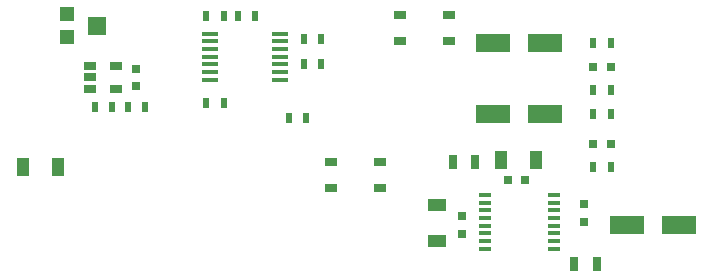
<source format=gtp>
G04 #@! TF.FileFunction,Paste,Top*
%FSLAX46Y46*%
G04 Gerber Fmt 4.6, Leading zero omitted, Abs format (unit mm)*
G04 Created by KiCad (PCBNEW 4.0.7) date Fri Mar  9 15:06:21 2018*
%MOMM*%
%LPD*%
G01*
G04 APERTURE LIST*
%ADD10C,0.025400*%
%ADD11R,1.000000X1.600000*%
%ADD12R,0.800000X0.750000*%
%ADD13R,1.600000X1.000000*%
%ADD14R,0.750000X0.800000*%
%ADD15R,3.000000X1.600000*%
%ADD16R,0.700000X1.300000*%
%ADD17R,0.500000X0.900000*%
%ADD18R,1.500000X1.600000*%
%ADD19R,1.200000X1.200000*%
%ADD20R,1.000000X0.400000*%
%ADD21R,1.060000X0.650000*%
%ADD22R,1.450000X0.450000*%
%ADD23R,1.050000X0.650000*%
G04 APERTURE END LIST*
D10*
D11*
X166437180Y-69903320D03*
X169437180Y-69903320D03*
D12*
X168536180Y-71554320D03*
X167036180Y-71554320D03*
D13*
X161055180Y-73737320D03*
X161055180Y-76737320D03*
D14*
X163214180Y-76114320D03*
X163214180Y-74614320D03*
D15*
X165800000Y-66000000D03*
X170200000Y-66000000D03*
D12*
X175750000Y-68500000D03*
X174250000Y-68500000D03*
D15*
X165800000Y-60000000D03*
X170200000Y-60000000D03*
D12*
X175750000Y-62000000D03*
X174250000Y-62000000D03*
D15*
X177143180Y-75364320D03*
X181543180Y-75364320D03*
D14*
X173501180Y-73610320D03*
X173501180Y-75110320D03*
X135612000Y-63648000D03*
X135612000Y-62148000D03*
D11*
X126000000Y-70500000D03*
X129000000Y-70500000D03*
D16*
X164291180Y-70030320D03*
X162391180Y-70030320D03*
X174578180Y-78666320D03*
X172678180Y-78666320D03*
D17*
X175750000Y-66000000D03*
X174250000Y-66000000D03*
X175750000Y-70500000D03*
X174250000Y-70500000D03*
X175750000Y-60000000D03*
X174250000Y-60000000D03*
X175750000Y-64000000D03*
X174250000Y-64000000D03*
X151264180Y-59616320D03*
X149764180Y-59616320D03*
X143009180Y-57711320D03*
X141509180Y-57711320D03*
X145676180Y-57711320D03*
X144176180Y-57711320D03*
X141509180Y-65077320D03*
X143009180Y-65077320D03*
X132068000Y-65438000D03*
X133568000Y-65438000D03*
X136362000Y-65438000D03*
X134862000Y-65438000D03*
D18*
X132250000Y-58500000D03*
D19*
X129750000Y-57500000D03*
X129750000Y-59500000D03*
D20*
X165140180Y-72835320D03*
X165140180Y-73485320D03*
X165140180Y-74135320D03*
X165140180Y-74785320D03*
X165140180Y-75435320D03*
X165140180Y-76085320D03*
X165140180Y-76735320D03*
X165140180Y-77385320D03*
X170940180Y-77385320D03*
X170940180Y-76735320D03*
X170940180Y-76085320D03*
X170940180Y-75435320D03*
X170940180Y-74785320D03*
X170940180Y-74135320D03*
X170940180Y-73485320D03*
X170940180Y-72835320D03*
D21*
X131718000Y-61948000D03*
X131718000Y-62898000D03*
X131718000Y-63848000D03*
X133918000Y-63848000D03*
X133918000Y-61948000D03*
D17*
X148506180Y-66347320D03*
X150006180Y-66347320D03*
X149764180Y-61775320D03*
X151264180Y-61775320D03*
D22*
X141849180Y-59190320D03*
X141849180Y-59840320D03*
X141849180Y-60490320D03*
X141849180Y-61140320D03*
X141849180Y-61790320D03*
X141849180Y-62440320D03*
X141849180Y-63090320D03*
X147749180Y-63090320D03*
X147749180Y-62440320D03*
X147749180Y-61790320D03*
X147749180Y-61140320D03*
X147749180Y-60490320D03*
X147749180Y-59840320D03*
X147749180Y-59190320D03*
D23*
X156272180Y-72248320D03*
X152122180Y-72248320D03*
X156272180Y-70098320D03*
X152122180Y-70098320D03*
X157964180Y-57652320D03*
X162114180Y-57652320D03*
X157964180Y-59802320D03*
X162114180Y-59802320D03*
M02*

</source>
